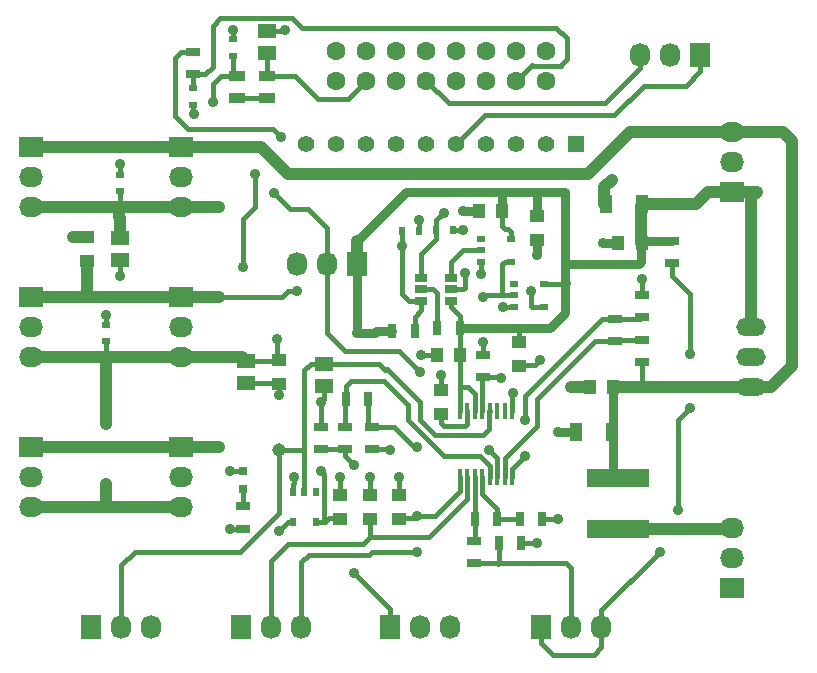
<source format=gtl>
G04 #@! TF.FileFunction,Copper,L1,Top,Signal*
%FSLAX45Y45*%
G04 Gerber Fmt 4.5, Leading zero omitted, Abs format (unit mm)*
G04 Created by KiCad (PCBNEW 4.0.4-1.fc24-product) date Wed Oct 18 11:24:51 2017*
%MOMM*%
%LPD*%
G01*
G04 APERTURE LIST*
%ADD10C,0.150000*%
%ADD11R,1.397000X1.397000*%
%ADD12C,1.397000*%
%ADD13R,0.400000X1.400000*%
%ADD14R,0.508000X0.762000*%
%ADD15R,1.000760X0.701040*%
%ADD16R,0.762000X0.508000*%
%ADD17O,2.499360X1.501140*%
%ADD18C,1.600000*%
%ADD19R,1.397000X0.889000*%
%ADD20R,1.498600X1.300480*%
%ADD21R,5.300980X1.501140*%
%ADD22C,1.143000*%
%ADD23R,1.250000X1.000000*%
%ADD24R,1.000000X1.600000*%
%ADD25R,1.000000X1.250000*%
%ADD26R,0.797560X0.797560*%
%ADD27R,1.727200X2.032000*%
%ADD28O,1.727200X2.032000*%
%ADD29R,2.032000X1.727200*%
%ADD30O,2.032000X1.727200*%
%ADD31R,1.300000X0.700000*%
%ADD32R,0.700000X1.300000*%
%ADD33R,0.700000X0.600000*%
%ADD34R,0.600000X0.700000*%
%ADD35C,0.889000*%
%ADD36C,1.000000*%
%ADD37C,0.800000*%
%ADD38C,0.400000*%
G04 APERTURE END LIST*
D10*
D11*
X8534400Y-6451600D03*
D12*
X8280400Y-6451600D03*
X8026400Y-6451600D03*
X7772400Y-6451600D03*
X7518400Y-6451600D03*
X7264400Y-6451600D03*
X7010400Y-6451600D03*
X6756400Y-6451600D03*
X6502400Y-6451600D03*
X6248400Y-6451600D03*
D13*
X7740650Y-9271600D03*
X7804150Y-9271600D03*
X7867650Y-9271600D03*
X7931150Y-9271600D03*
X7550150Y-8711600D03*
X7550150Y-9271600D03*
X7613650Y-9271600D03*
X7677150Y-9271600D03*
X7994650Y-8711600D03*
X7931150Y-8711600D03*
X7867650Y-8711600D03*
X7804150Y-8711600D03*
X7740650Y-8711600D03*
X7677150Y-8711600D03*
X7994650Y-9271600D03*
X7613650Y-8711600D03*
D14*
X6330950Y-9398000D03*
X6140450Y-9398000D03*
X6330950Y-9652000D03*
X6235700Y-9398000D03*
X6140450Y-9652000D03*
D15*
X7226300Y-7778750D03*
X7226300Y-7683500D03*
X7226300Y-7588250D03*
X7480300Y-7588250D03*
X7480300Y-7683500D03*
X7480300Y-7778750D03*
D16*
X8013700Y-7639050D03*
X8013700Y-7829550D03*
X8267700Y-7639050D03*
X8013700Y-7734300D03*
X8267700Y-7829550D03*
X7734300Y-7258050D03*
X7734300Y-7448550D03*
X7988300Y-7258050D03*
X7734300Y-7353300D03*
X7988300Y-7448550D03*
D17*
X10020300Y-8255000D03*
X10020300Y-8509000D03*
X10020300Y-8001000D03*
D18*
X6505300Y-5917000D03*
X6505300Y-5663000D03*
X6759300Y-5917000D03*
X6759300Y-5663000D03*
X7013300Y-5917000D03*
X7013300Y-5663000D03*
X7267300Y-5917000D03*
X7267300Y-5663000D03*
X7521300Y-5917000D03*
X7521300Y-5663000D03*
X7775300Y-5917000D03*
X7775300Y-5663000D03*
X8029300Y-5917000D03*
X8029300Y-5663000D03*
X8283300Y-5917000D03*
X8283300Y-5663000D03*
D19*
X5918200Y-5873750D03*
X5918200Y-6064250D03*
X5664200Y-6064250D03*
X5664200Y-5873750D03*
D20*
X5918200Y-5683250D03*
X5918200Y-5492750D03*
X5740400Y-8477250D03*
X5740400Y-8286750D03*
X4673600Y-7435850D03*
X4673600Y-7245350D03*
X6400800Y-8502650D03*
X6400800Y-8312150D03*
D21*
X8890000Y-9715500D03*
X8890000Y-9283700D03*
D22*
X6019800Y-9042400D03*
D23*
X6019800Y-8482000D03*
X6019800Y-8282000D03*
D24*
X8836800Y-8890000D03*
X8536800Y-8890000D03*
X9090800Y-6959600D03*
X8790800Y-6959600D03*
D23*
X4394200Y-7240600D03*
X4394200Y-7440600D03*
D25*
X8850300Y-8509000D03*
X8650300Y-8509000D03*
X9091600Y-7289800D03*
X8891600Y-7289800D03*
X7710500Y-7023100D03*
X7910500Y-7023100D03*
D23*
X6540500Y-9425000D03*
X6540500Y-9625000D03*
X8051800Y-8129600D03*
X8051800Y-8329600D03*
X7391400Y-8736000D03*
X7391400Y-8536000D03*
X6794500Y-9425000D03*
X6794500Y-9625000D03*
X7035800Y-9425000D03*
X7035800Y-9625000D03*
X8204200Y-7262800D03*
X8204200Y-7062800D03*
D25*
X7354900Y-8242300D03*
X7554900Y-8242300D03*
D26*
X5712460Y-9224010D03*
X5712460Y-9373870D03*
D27*
X6959600Y-10541000D03*
D28*
X7213600Y-10541000D03*
X7467600Y-10541000D03*
D27*
X6680200Y-7467600D03*
D28*
X6426200Y-7467600D03*
X6172200Y-7467600D03*
D29*
X5194300Y-9017000D03*
D30*
X5194300Y-9271000D03*
X5194300Y-9525000D03*
D29*
X3924300Y-9017000D03*
D30*
X3924300Y-9271000D03*
X3924300Y-9525000D03*
D29*
X9855200Y-10210800D03*
D30*
X9855200Y-9956800D03*
X9855200Y-9702800D03*
D29*
X9855200Y-6858000D03*
D30*
X9855200Y-6604000D03*
X9855200Y-6350000D03*
D29*
X5194300Y-7747000D03*
D30*
X5194300Y-8001000D03*
X5194300Y-8255000D03*
D29*
X3924300Y-7747000D03*
D30*
X3924300Y-8001000D03*
X3924300Y-8255000D03*
D27*
X5702300Y-10541000D03*
D28*
X5956300Y-10541000D03*
X6210300Y-10541000D03*
D29*
X5194300Y-6477000D03*
D30*
X5194300Y-6731000D03*
X5194300Y-6985000D03*
D29*
X3924300Y-6477000D03*
D30*
X3924300Y-6731000D03*
X3924300Y-6985000D03*
D27*
X8242300Y-10541000D03*
D28*
X8496300Y-10541000D03*
X8750300Y-10541000D03*
D27*
X4432300Y-10541000D03*
D28*
X4686300Y-10541000D03*
X4940300Y-10541000D03*
D31*
X6375400Y-9035800D03*
X6375400Y-8845800D03*
X9347200Y-7461000D03*
X9347200Y-7271000D03*
D32*
X8070600Y-9829800D03*
X7880600Y-9829800D03*
D31*
X7670800Y-9811000D03*
X7670800Y-10001000D03*
D32*
X7867400Y-9626600D03*
X7677400Y-9626600D03*
X8248400Y-9626600D03*
X8058400Y-9626600D03*
D31*
X6578600Y-8845800D03*
X6578600Y-9035800D03*
D32*
X6775200Y-8610600D03*
X6585200Y-8610600D03*
D31*
X6807200Y-9035800D03*
X6807200Y-8845800D03*
D32*
X7359900Y-8013700D03*
X7549900Y-8013700D03*
D31*
X9093200Y-8109200D03*
X9093200Y-8299200D03*
X8864600Y-7931400D03*
X8864600Y-8121400D03*
X9093200Y-7728200D03*
X9093200Y-7918200D03*
X7747000Y-8426200D03*
X7747000Y-8236200D03*
D32*
X6978900Y-8039100D03*
X7168900Y-8039100D03*
D31*
X5292090Y-5670800D03*
X5292090Y-5860800D03*
X5712460Y-9709920D03*
X5712460Y-9519920D03*
D33*
X5631180Y-5707680D03*
X5631180Y-5567680D03*
D34*
X7202320Y-7193280D03*
X7062320Y-7193280D03*
X7493300Y-7185660D03*
X7353300Y-7185660D03*
D33*
X5295900Y-6121550D03*
X5295900Y-5981550D03*
X4559300Y-7984340D03*
X4559300Y-8124340D03*
X4671060Y-6713220D03*
X4671060Y-6853220D03*
D27*
X9588500Y-5697220D03*
D28*
X9334500Y-5697220D03*
X9080500Y-5697220D03*
D35*
X5298440Y-6202680D03*
X4556760Y-7900670D03*
X4671060Y-6626860D03*
X7576820Y-7185660D03*
X7203440Y-7096760D03*
X5631180Y-5488940D03*
X5607460Y-9709920D03*
X7917180Y-7830820D03*
X6022340Y-8582660D03*
X4277360Y-7239000D03*
X6070600Y-5486400D03*
X8382000Y-8890000D03*
X8839200Y-6756400D03*
X6146800Y-9271000D03*
X8496300Y-8509000D03*
X7581900Y-7023100D03*
X7734300Y-7556500D03*
X7226300Y-8242300D03*
X6794500Y-9271000D03*
X6540500Y-9271000D03*
X7391400Y-8407400D03*
X7747000Y-8128000D03*
X8001000Y-8559800D03*
X9093200Y-7594600D03*
X7035800Y-9271000D03*
X6959600Y-9042400D03*
X7594600Y-7543800D03*
X8763000Y-7289800D03*
X8229600Y-8280400D03*
X8204200Y-7391400D03*
X8204200Y-9829800D03*
X8382000Y-9626600D03*
X4673600Y-7569200D03*
X6375400Y-9220200D03*
X6375400Y-8636000D03*
X6680200Y-8051800D03*
X7188200Y-9017000D03*
X7797800Y-9042400D03*
X8102600Y-8788400D03*
X8102600Y-9093200D03*
X6007100Y-8102600D03*
X7747000Y-7747000D03*
X4559300Y-8826500D03*
X4559300Y-9334500D03*
X5511800Y-6985000D03*
X5511800Y-7747000D03*
X5511800Y-9017000D03*
X6172200Y-7696200D03*
X8153400Y-7696200D03*
X5976620Y-6868160D03*
X6040120Y-6393180D03*
X7899400Y-8432800D03*
X7213600Y-8382000D03*
X7416800Y-7035800D03*
X7061200Y-7315200D03*
X5603240Y-9225280D03*
X6019800Y-9728200D03*
X5715000Y-7493000D03*
X5816600Y-6705600D03*
X5461000Y-6096000D03*
X7188200Y-9906000D03*
X7188200Y-9601200D03*
X6654800Y-9169400D03*
X6654800Y-10083800D03*
X9245600Y-9906000D03*
X9398000Y-9550400D03*
X9499600Y-8686800D03*
X9499600Y-8229600D03*
D36*
X5194300Y-6477000D02*
X5867400Y-6477000D01*
X10287000Y-6350000D02*
X10363200Y-6426200D01*
X5867400Y-6477000D02*
X6096000Y-6705600D01*
X6096000Y-6705600D02*
X8636000Y-6705600D01*
X10185400Y-8509000D02*
X10020300Y-8509000D01*
X8636000Y-6705600D02*
X8991600Y-6350000D01*
X8991600Y-6350000D02*
X10287000Y-6350000D01*
X10363200Y-6426200D02*
X10363200Y-8331200D01*
X10363200Y-8331200D02*
X10185400Y-8509000D01*
X3924300Y-6477000D02*
X5194300Y-6477000D01*
D37*
X8851900Y-8890000D02*
X8851900Y-9245600D01*
X8851900Y-9245600D02*
X8890000Y-9283700D01*
X8845550Y-8509000D02*
X8845550Y-8883650D01*
X8845550Y-8883650D02*
X8851900Y-8890000D01*
D36*
X8845550Y-8509000D02*
X9093200Y-8509000D01*
D38*
X9093200Y-8299450D02*
X9093200Y-8509000D01*
D36*
X9093200Y-8509000D02*
X10020300Y-8509000D01*
D38*
X5295900Y-6121550D02*
X5295900Y-6200140D01*
X5295900Y-6200140D02*
X5298440Y-6202680D01*
X4559300Y-7984340D02*
X4559300Y-7903210D01*
X4559300Y-7903210D02*
X4556760Y-7900670D01*
X4671060Y-6713220D02*
X4671060Y-6626860D01*
X7493300Y-7185660D02*
X7576820Y-7185660D01*
X7202320Y-7193280D02*
X7202320Y-7097880D01*
X7202320Y-7097880D02*
X7203440Y-7096760D01*
X5631180Y-5567680D02*
X5631180Y-5488940D01*
X5599340Y-9718040D02*
X5607460Y-9709920D01*
X5712460Y-9709920D02*
X5607460Y-9709920D01*
X8013700Y-7829550D02*
X7918450Y-7829550D01*
X7918450Y-7829550D02*
X7917180Y-7830820D01*
X6019800Y-8482000D02*
X6019800Y-8580120D01*
X6019800Y-8580120D02*
X6022340Y-8582660D01*
X5740400Y-8477250D02*
X6015050Y-8477250D01*
D36*
X4394200Y-7240600D02*
X4278960Y-7240600D01*
X4278960Y-7240600D02*
X4277360Y-7239000D01*
D38*
X6064250Y-5492750D02*
X6070600Y-5486400D01*
X5905500Y-5492750D02*
X6064250Y-5492750D01*
D37*
X8521700Y-8890000D02*
X8382000Y-8890000D01*
D36*
X8775700Y-6959600D02*
X8775700Y-6819900D01*
X8775700Y-6819900D02*
X8839200Y-6756400D01*
D38*
X6140450Y-9398000D02*
X6140450Y-9328150D01*
X6146800Y-9321800D02*
X6146800Y-9271000D01*
X6140450Y-9328150D02*
X6146800Y-9321800D01*
D36*
X8655050Y-8509000D02*
X8496300Y-8509000D01*
D37*
X7715250Y-7023100D02*
X7581900Y-7023100D01*
D38*
X7734300Y-7448550D02*
X7734300Y-7556500D01*
X7359650Y-8242300D02*
X7226300Y-8242300D01*
X6794500Y-9429750D02*
X6794500Y-9271000D01*
X6540500Y-9429750D02*
X6540500Y-9271000D01*
X7391400Y-8540750D02*
X7391400Y-8407400D01*
X7747000Y-8235950D02*
X7747000Y-8128000D01*
X7994650Y-8566150D02*
X8001000Y-8559800D01*
X7994650Y-8711600D02*
X7994650Y-8566150D01*
X9093200Y-7727950D02*
X9093200Y-7594600D01*
X7035800Y-9429750D02*
X7035800Y-9271000D01*
X6953250Y-9036050D02*
X6959600Y-9042400D01*
X6807200Y-9036050D02*
X6953250Y-9036050D01*
X7581900Y-7683500D02*
X7594600Y-7670800D01*
X7594600Y-7670800D02*
X7594600Y-7543800D01*
X7480300Y-7683500D02*
X7581900Y-7683500D01*
D37*
X8896350Y-7289800D02*
X8763000Y-7289800D01*
D38*
X8185150Y-8324850D02*
X8229600Y-8280400D01*
X8051800Y-8324850D02*
X8185150Y-8324850D01*
D37*
X8204200Y-7258050D02*
X8204200Y-7391400D01*
D38*
X8070850Y-9829800D02*
X8204200Y-9829800D01*
X8248650Y-9626600D02*
X8382000Y-9626600D01*
X4673600Y-7435850D02*
X4673600Y-7569200D01*
D37*
X7912100Y-6858000D02*
X7099300Y-6858000D01*
X7099300Y-6858000D02*
X6800850Y-7156450D01*
X6800850Y-7156450D02*
X6680200Y-7277100D01*
X6845300Y-8039100D02*
X6832600Y-8051800D01*
X6832600Y-8051800D02*
X6680200Y-8051800D01*
D36*
X6680200Y-7467600D02*
X6680200Y-7277100D01*
D37*
X6978650Y-8039100D02*
X6845300Y-8039100D01*
D38*
X6400800Y-8502650D02*
X6400800Y-8610600D01*
D37*
X9347200Y-7270750D02*
X9105900Y-7270750D01*
X9105900Y-7270750D02*
X9086850Y-7289800D01*
D36*
X9105900Y-6959600D02*
X9550400Y-6959600D01*
X9652000Y-6858000D02*
X10067900Y-6858000D01*
X9550400Y-6959600D02*
X9652000Y-6858000D01*
X9086850Y-7289800D02*
X9086850Y-6978650D01*
X9086850Y-6978650D02*
X9105900Y-6959600D01*
D38*
X8445500Y-7639050D02*
X8451850Y-7632700D01*
X8267700Y-7639050D02*
X8445500Y-7639050D01*
D37*
X8445500Y-7626350D02*
X8451850Y-7632700D01*
X7912100Y-7016750D02*
X7905750Y-7023100D01*
X7912100Y-6858000D02*
X7912100Y-7016750D01*
X8445500Y-7467600D02*
X8445500Y-7626350D01*
X8445500Y-6870700D02*
X8445500Y-7467600D01*
X8445500Y-6858000D02*
X8445500Y-6870700D01*
X8204200Y-6858000D02*
X8445500Y-6858000D01*
X7912100Y-6858000D02*
X8204200Y-6858000D01*
D38*
X7988300Y-7258050D02*
X7988300Y-7200900D01*
X7905750Y-7143750D02*
X7905750Y-7023100D01*
X7937500Y-7175500D02*
X7905750Y-7143750D01*
X7962900Y-7175500D02*
X7937500Y-7175500D01*
X7988300Y-7200900D02*
X7962900Y-7175500D01*
X7480300Y-7778750D02*
X7480300Y-7835900D01*
X7550150Y-7905750D02*
X7550150Y-8013700D01*
X7480300Y-7835900D02*
X7550150Y-7905750D01*
X7550150Y-8242300D02*
X7550150Y-8013700D01*
X6445250Y-9620250D02*
X6413500Y-9652000D01*
X6413500Y-9652000D02*
X6330950Y-9652000D01*
X6540500Y-9620250D02*
X6445250Y-9620250D01*
X7550150Y-8509000D02*
X7550150Y-8242300D01*
X7550150Y-8711600D02*
X7550150Y-8509000D01*
X7677150Y-8566150D02*
X7620000Y-8509000D01*
X7620000Y-8509000D02*
X7550150Y-8509000D01*
X7677150Y-8711600D02*
X7677150Y-8566150D01*
D37*
X8318500Y-8013700D02*
X8445500Y-7886700D01*
X8445500Y-7886700D02*
X8445500Y-7626350D01*
X8051800Y-8013700D02*
X8318500Y-8013700D01*
X7550150Y-8013700D02*
X8051800Y-8013700D01*
X9105900Y-7270750D02*
X9086850Y-7289800D01*
X9067800Y-7467600D02*
X9086850Y-7448550D01*
X9086850Y-7448550D02*
X9086850Y-7289800D01*
X8445500Y-7467600D02*
X9067800Y-7467600D01*
D38*
X8051800Y-8026400D02*
X8051800Y-8013700D01*
X8051800Y-8013700D02*
X8051800Y-8026400D01*
X8051800Y-8134350D02*
X8051800Y-8013700D01*
X6375400Y-8636000D02*
X6375400Y-8845550D01*
X6400800Y-8610600D02*
X6375400Y-8636000D01*
X6400800Y-9245600D02*
X6400800Y-9652000D01*
X6375400Y-9220200D02*
X6400800Y-9245600D01*
X6413500Y-9652000D02*
X6400800Y-9652000D01*
D37*
X6680200Y-7277100D02*
X6680200Y-8051800D01*
X8204200Y-7067550D02*
X8204200Y-6858000D01*
D36*
X10020300Y-6905600D02*
X10067900Y-6858000D01*
X10020300Y-8001000D02*
X10020300Y-6905600D01*
D38*
X7391400Y-8813800D02*
X7416800Y-8839200D01*
X7416800Y-8839200D02*
X7594600Y-8839200D01*
X7594600Y-8839200D02*
X7613650Y-8820150D01*
X7613650Y-8820150D02*
X7613650Y-8711600D01*
X7391400Y-8731250D02*
X7391400Y-8813800D01*
X4686300Y-10332700D02*
X4686300Y-10541000D01*
X4686300Y-10020300D02*
X4800600Y-9906000D01*
X4800600Y-9906000D02*
X5689600Y-9906000D01*
X5689600Y-9906000D02*
X6019800Y-9575800D01*
X4686300Y-10332700D02*
X4686300Y-10020300D01*
X7798650Y-8711600D02*
X7804150Y-8711600D01*
X6235700Y-9042400D02*
X6235700Y-8864600D01*
X6235700Y-9398000D02*
X6235700Y-9042400D01*
X7747000Y-8915400D02*
X7798650Y-8863750D01*
X7798650Y-8863750D02*
X7798650Y-8711600D01*
X7340600Y-8915400D02*
X7747000Y-8915400D01*
X7213600Y-8788400D02*
X7340600Y-8915400D01*
X7213600Y-8636000D02*
X7213600Y-8788400D01*
X6946900Y-8369300D02*
X7213600Y-8636000D01*
X6235700Y-8369300D02*
X6235700Y-8496300D01*
X6235700Y-8509000D02*
X6235700Y-8864600D01*
X6235700Y-8509000D02*
X6235700Y-8496300D01*
X6934200Y-8356600D02*
X6946900Y-8369300D01*
X6921500Y-8369300D02*
X6864350Y-8312150D01*
X6864350Y-8312150D02*
X6400800Y-8312150D01*
X6946900Y-8369300D02*
X6921500Y-8369300D01*
X6292850Y-8312150D02*
X6235700Y-8369300D01*
X6400800Y-8312150D02*
X6292850Y-8312150D01*
X6223000Y-9042400D02*
X6235700Y-9042400D01*
X6235700Y-9042400D02*
X6223000Y-9042400D01*
X6019800Y-9042400D02*
X6235700Y-9042400D01*
X6019800Y-9575800D02*
X6019800Y-9042400D01*
D36*
X8890000Y-9715500D02*
X9842500Y-9715500D01*
X9842500Y-9715500D02*
X9855200Y-9702800D01*
D38*
X7677150Y-9271600D02*
X7677150Y-9626600D01*
X7677150Y-9804400D02*
X7670800Y-9810750D01*
X7677150Y-9626600D02*
X7677150Y-9804400D01*
X8058150Y-9626600D02*
X7867650Y-9626600D01*
X7740650Y-9417050D02*
X7867650Y-9544050D01*
X7867650Y-9544050D02*
X7867650Y-9626600D01*
X7740650Y-9271600D02*
X7740650Y-9417050D01*
X6578600Y-8616950D02*
X6584950Y-8610600D01*
X6578600Y-8845550D02*
X6578600Y-8616950D01*
X6584950Y-8502650D02*
X6629400Y-8458200D01*
X6629400Y-8458200D02*
X6908800Y-8458200D01*
X6908800Y-8458200D02*
X7112000Y-8661400D01*
X7112000Y-8661400D02*
X7112000Y-8788400D01*
X7112000Y-8788400D02*
X7416800Y-9093200D01*
X7416800Y-9093200D02*
X7721600Y-9093200D01*
X7721600Y-9093200D02*
X7804150Y-9175750D01*
X7804150Y-9175750D02*
X7804150Y-9271600D01*
X6584950Y-8610600D02*
X6584950Y-8502650D01*
X6775450Y-8813800D02*
X6807200Y-8845550D01*
X6775450Y-8610600D02*
X6775450Y-8813800D01*
X6991350Y-8845550D02*
X7162800Y-9017000D01*
X7162800Y-9017000D02*
X7188200Y-9017000D01*
X7797800Y-9042400D02*
X7867650Y-9112250D01*
X7867650Y-9112250D02*
X7867650Y-9271600D01*
X6807200Y-8845550D02*
X6991350Y-8845550D01*
X8877300Y-8108950D02*
X8864600Y-8121650D01*
X9093200Y-8108950D02*
X8877300Y-8108950D01*
X8693150Y-8121650D02*
X8204200Y-8610600D01*
X8204200Y-8610600D02*
X8204200Y-8839200D01*
X8204200Y-8839200D02*
X7931150Y-9112250D01*
X7931150Y-9112250D02*
X7931150Y-9271600D01*
X8864600Y-8121650D02*
X8693150Y-8121650D01*
X9080500Y-7931150D02*
X9093200Y-7918450D01*
X8864600Y-7931150D02*
X9080500Y-7931150D01*
X8756650Y-7931150D02*
X8102600Y-8585200D01*
X8102600Y-8585200D02*
X8102600Y-8788400D01*
X8102600Y-9093200D02*
X7994650Y-9201150D01*
X7994650Y-9201150D02*
X7994650Y-9271600D01*
X8864600Y-7931150D02*
X8756650Y-7931150D01*
X4559300Y-8124340D02*
X4559300Y-8255000D01*
D36*
X4559300Y-9525000D02*
X5194300Y-9525000D01*
X3924300Y-9525000D02*
X4559300Y-9525000D01*
D38*
X7912100Y-7467600D02*
X7931150Y-7448550D01*
X7931150Y-7448550D02*
X7988300Y-7448550D01*
X7912100Y-7734300D02*
X7759700Y-7734300D01*
X8013700Y-7734300D02*
X7912100Y-7734300D01*
X7912100Y-7734300D02*
X7912100Y-7467600D01*
X7759700Y-7734300D02*
X7747000Y-7747000D01*
X5740400Y-8286750D02*
X6015050Y-8286750D01*
X6015050Y-8286750D02*
X6019800Y-8282000D01*
X6007100Y-8102600D02*
X6007100Y-8269300D01*
X6007100Y-8269300D02*
X6019800Y-8282000D01*
D36*
X5194300Y-8255000D02*
X5708650Y-8255000D01*
X5708650Y-8255000D02*
X5740400Y-8286750D01*
X4559300Y-8255000D02*
X5194300Y-8255000D01*
X3924300Y-8255000D02*
X4125900Y-8255000D01*
X4125900Y-8255000D02*
X4559300Y-8255000D01*
X4559300Y-8255000D02*
X4559300Y-8318500D01*
X4559300Y-8826500D02*
X4559300Y-8255000D01*
D38*
X4546600Y-8255000D02*
X4559300Y-8255000D01*
X4546600Y-8813800D02*
X4559300Y-8826500D01*
X4546600Y-8255000D02*
X4546600Y-8813800D01*
D36*
X4559300Y-9525000D02*
X4559300Y-9334500D01*
D38*
X4668520Y-6985000D02*
X4671060Y-6982460D01*
X4671060Y-6982460D02*
X4671060Y-6853220D01*
D36*
X5194300Y-9017000D02*
X5511800Y-9017000D01*
X3924300Y-9017000D02*
X5194300Y-9017000D01*
X5194300Y-7747000D02*
X5511800Y-7747000D01*
X4125900Y-7747000D02*
X4394200Y-7747000D01*
X4394200Y-7747000D02*
X5194300Y-7747000D01*
X4394200Y-7440600D02*
X4394200Y-7590600D01*
X4394200Y-7590600D02*
X4394200Y-7747000D01*
X3924300Y-6985000D02*
X4668520Y-6985000D01*
X4668520Y-6985000D02*
X5194300Y-6985000D01*
X4673600Y-7245350D02*
X4673600Y-7080326D01*
X4668520Y-7075246D02*
X4668520Y-6985000D01*
X4673600Y-7080326D02*
X4668520Y-7075246D01*
X5194300Y-6985000D02*
X5511800Y-6985000D01*
D38*
X6045200Y-7747000D02*
X6096000Y-7696200D01*
X6096000Y-7696200D02*
X6172200Y-7696200D01*
X5511800Y-7747000D02*
X6045200Y-7747000D01*
D36*
X3924300Y-7747000D02*
X4125900Y-7747000D01*
D38*
X8267700Y-7829550D02*
X8159750Y-7829550D01*
X8153400Y-7823200D02*
X8159750Y-7829550D01*
X8153400Y-7696200D02*
X8153400Y-7823200D01*
X5292090Y-5670800D02*
X5187090Y-5670800D01*
X5187090Y-5670800D02*
X5135880Y-5722010D01*
X5135880Y-5722010D02*
X5135880Y-6212840D01*
X5135880Y-6212840D02*
X5246370Y-6323330D01*
X5246370Y-6323330D02*
X5970270Y-6323330D01*
X5970270Y-6323330D02*
X6040120Y-6393180D01*
X5292090Y-5670800D02*
X5262090Y-5670800D01*
X6426200Y-7678420D02*
X6426200Y-7658100D01*
X6426200Y-8051800D02*
X6426200Y-7678420D01*
X6426200Y-7678420D02*
X6426200Y-7467600D01*
X6268720Y-7007860D02*
X6426200Y-7165340D01*
X6426200Y-7165340D02*
X6426200Y-7467600D01*
X6116320Y-7007860D02*
X6268720Y-7007860D01*
X5976620Y-6868160D02*
X6116320Y-7007860D01*
X7740650Y-8432800D02*
X7747000Y-8426450D01*
X7740650Y-8711600D02*
X7740650Y-8432800D01*
X7893050Y-8426450D02*
X7899400Y-8432800D01*
X7213600Y-8382000D02*
X7035800Y-8204200D01*
X7035800Y-8204200D02*
X6578600Y-8204200D01*
X6578600Y-8204200D02*
X6426200Y-8051800D01*
X7747000Y-8426450D02*
X7893050Y-8426450D01*
X7359650Y-7715250D02*
X7327900Y-7683500D01*
X7327900Y-7683500D02*
X7226300Y-7683500D01*
X7359650Y-8013700D02*
X7359650Y-7715250D01*
X7734300Y-7353300D02*
X7581900Y-7353300D01*
X7480300Y-7454900D02*
X7480300Y-7588250D01*
X7581900Y-7353300D02*
X7480300Y-7454900D01*
X9438000Y-5958840D02*
X9415780Y-5958840D01*
X9415780Y-5958840D02*
X9108440Y-5958840D01*
X9588500Y-5697220D02*
X9588500Y-5838820D01*
X9588500Y-5838820D02*
X9468480Y-5958840D01*
X9468480Y-5958840D02*
X9415780Y-5958840D01*
X7226300Y-7414260D02*
X7226300Y-7588250D01*
X7353300Y-7185660D02*
X7353300Y-7260660D01*
X7353300Y-7260660D02*
X7226300Y-7387660D01*
X7226300Y-7387660D02*
X7226300Y-7414260D01*
X7416800Y-7035800D02*
X7353300Y-7099300D01*
X7353300Y-7099300D02*
X7353300Y-7185660D01*
X8859520Y-6207760D02*
X7762240Y-6207760D01*
X7762240Y-6207760D02*
X7518400Y-6451600D01*
X9108440Y-5958840D02*
X8859520Y-6207760D01*
X9080500Y-5697220D02*
X9080500Y-5808340D01*
X8782680Y-6106160D02*
X7456460Y-6106160D01*
X9080500Y-5808340D02*
X8782680Y-6106160D01*
X7456460Y-6106160D02*
X7267300Y-5917000D01*
X7062320Y-7193280D02*
X7062320Y-7314080D01*
X7062320Y-7314080D02*
X7061200Y-7315200D01*
X7169150Y-7918450D02*
X7226300Y-7861300D01*
X7226300Y-7861300D02*
X7226300Y-7778750D01*
X7169150Y-8039100D02*
X7169150Y-7918450D01*
X7118350Y-7778750D02*
X7061200Y-7721600D01*
X7061200Y-7721600D02*
X7061200Y-7315200D01*
X7226300Y-7778750D02*
X7118350Y-7778750D01*
X6153150Y-5873750D02*
X6350000Y-6070600D01*
X6350000Y-6070600D02*
X6605700Y-6070600D01*
X6605700Y-6070600D02*
X6759300Y-5917000D01*
X5918200Y-5873750D02*
X6153150Y-5873750D01*
X5918200Y-5683250D02*
X5918200Y-5873750D01*
X5631180Y-5707680D02*
X5631180Y-5840730D01*
X5631180Y-5840730D02*
X5664200Y-5873750D01*
X5712460Y-9224010D02*
X5604510Y-9224010D01*
X5604510Y-9224010D02*
X5603240Y-9225280D01*
X6140450Y-9652000D02*
X6140450Y-9658350D01*
X6096000Y-9652000D02*
X6019800Y-9728200D01*
X5715000Y-7086600D02*
X5715000Y-7493000D01*
X5816600Y-6985000D02*
X5715000Y-7086600D01*
X5816600Y-6705600D02*
X5816600Y-6985000D01*
X5530850Y-5873750D02*
X5664200Y-5873750D01*
X5461000Y-5943600D02*
X5461000Y-6096000D01*
X5530850Y-5873750D02*
X5461000Y-5943600D01*
X6140450Y-9652000D02*
X6096000Y-9652000D01*
X5956300Y-10327640D02*
X5956300Y-9982200D01*
X5956300Y-10350500D02*
X5956300Y-10327640D01*
X5956300Y-10327640D02*
X5956300Y-10541000D01*
X5956300Y-9982200D02*
X6096000Y-9842500D01*
X6096000Y-9842500D02*
X6731000Y-9842500D01*
X6731000Y-9842500D02*
X6794500Y-9779000D01*
X7289800Y-9779000D02*
X6794500Y-9779000D01*
X6794500Y-9779000D02*
X6794500Y-9620250D01*
X7613650Y-9455150D02*
X7289800Y-9779000D01*
X7613650Y-9271600D02*
X7613650Y-9455150D01*
X6210300Y-9994900D02*
X6210300Y-10541000D01*
X7169150Y-9620250D02*
X7188200Y-9601200D01*
X7188200Y-9601200D02*
X7340600Y-9601200D01*
X7340600Y-9601200D02*
X7550150Y-9391650D01*
X7550150Y-9391650D02*
X7550150Y-9271600D01*
X7035800Y-9620250D02*
X7169150Y-9620250D01*
X6210300Y-9994900D02*
X6273800Y-9931400D01*
X6273800Y-9931400D02*
X6781800Y-9931400D01*
X6781800Y-9931400D02*
X6807200Y-9906000D01*
X6807200Y-9906000D02*
X7188200Y-9906000D01*
X6959600Y-10388600D02*
X6959600Y-10541000D01*
X6578600Y-9093200D02*
X6654800Y-9169400D01*
X6654800Y-10083800D02*
X6959600Y-10388600D01*
X6578600Y-9036050D02*
X6578600Y-9093200D01*
X6375400Y-9036050D02*
X6578600Y-9036050D01*
X8242300Y-10541000D02*
X8242300Y-10682600D01*
X8242300Y-10682600D02*
X8336280Y-10776580D01*
X8336280Y-10776580D02*
X8689980Y-10776580D01*
X8689980Y-10776580D02*
X8750300Y-10716260D01*
X8750300Y-10716260D02*
X8750300Y-10541000D01*
X8750300Y-10401300D02*
X8750300Y-10541000D01*
X9347200Y-7461250D02*
X9347200Y-7569200D01*
X9245600Y-9906000D02*
X8750300Y-10401300D01*
X9398000Y-8788400D02*
X9398000Y-9550400D01*
X9499600Y-8686800D02*
X9398000Y-8788400D01*
X9499600Y-7721600D02*
X9499600Y-8229600D01*
X9347200Y-7569200D02*
X9499600Y-7721600D01*
X8496300Y-10350500D02*
X8496300Y-10541000D01*
X8451850Y-10001250D02*
X8496300Y-10045700D01*
X8496300Y-10045700D02*
X8496300Y-10350500D01*
X7874000Y-10001250D02*
X8451850Y-10001250D01*
X7880350Y-10001250D02*
X7874000Y-10007600D01*
X7874000Y-10007600D02*
X7874000Y-10001250D01*
X7670800Y-10001250D02*
X7874000Y-10001250D01*
X7880350Y-9829800D02*
X7880350Y-10001250D01*
X5918200Y-6064250D02*
X5664200Y-6064250D01*
X6214110Y-5469890D02*
X6129020Y-5384800D01*
X6129020Y-5384800D02*
X5524500Y-5384800D01*
X8369300Y-5469890D02*
X6214110Y-5469890D01*
X8458200Y-5558790D02*
X8369300Y-5469890D01*
X8458200Y-5730240D02*
X8458200Y-5558790D01*
X8404860Y-5783580D02*
X8458200Y-5730240D01*
X8404860Y-5789680D02*
X8404860Y-5783580D01*
X8163740Y-5789680D02*
X8404860Y-5789680D01*
X5458460Y-5450840D02*
X5524500Y-5384800D01*
X5458460Y-5799430D02*
X5458460Y-5450840D01*
X5292090Y-5860800D02*
X5397090Y-5860800D01*
X5397090Y-5860800D02*
X5458460Y-5799430D01*
X5292090Y-5860800D02*
X5292090Y-5977740D01*
X5292090Y-5977740D02*
X5295900Y-5981550D01*
X8160180Y-5786120D02*
X8163740Y-5789680D01*
X8029300Y-5917000D02*
X8160180Y-5786120D01*
X5712460Y-9373870D02*
X5712460Y-9519920D01*
M02*

</source>
